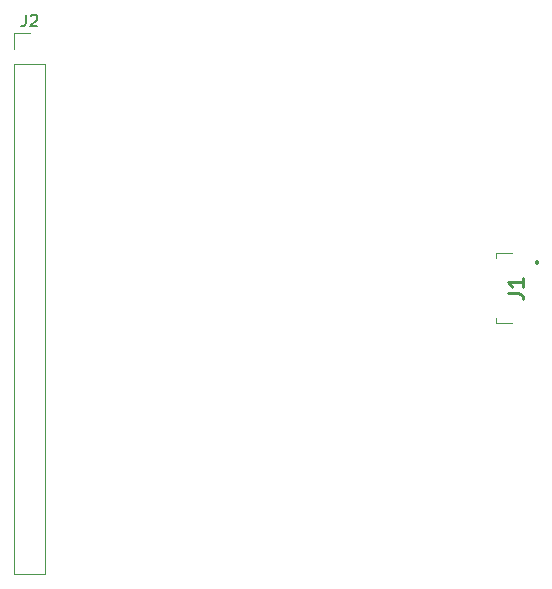
<source format=gto>
G04 #@! TF.GenerationSoftware,KiCad,Pcbnew,(5.1.8)-1*
G04 #@! TF.CreationDate,2021-03-29T09:45:07+03:00*
G04 #@! TF.ProjectId,adapter,61646170-7465-4722-9e6b-696361645f70,rev?*
G04 #@! TF.SameCoordinates,Original*
G04 #@! TF.FileFunction,Legend,Top*
G04 #@! TF.FilePolarity,Positive*
%FSLAX46Y46*%
G04 Gerber Fmt 4.6, Leading zero omitted, Abs format (unit mm)*
G04 Created by KiCad (PCBNEW (5.1.8)-1) date 2021-03-29 09:45:07*
%MOMM*%
%LPD*%
G01*
G04 APERTURE LIST*
%ADD10C,0.100000*%
%ADD11C,0.300000*%
%ADD12C,0.120000*%
%ADD13C,0.254000*%
%ADD14C,0.150000*%
G04 APERTURE END LIST*
D10*
X180997000Y-93686000D02*
X180997000Y-94186000D01*
X180997000Y-94186000D02*
X182372000Y-94186000D01*
X180997000Y-88686000D02*
X180997000Y-88186000D01*
X180997000Y-88186000D02*
X182372000Y-88186000D01*
D11*
X184472000Y-89086000D02*
X184472000Y-89086000D01*
X184472000Y-88986000D02*
X184472000Y-88986000D01*
X184472000Y-88986000D02*
G75*
G02*
X184472000Y-89086000I0J-50000D01*
G01*
X184472000Y-89086000D02*
G75*
G02*
X184472000Y-88986000I0J50000D01*
G01*
D12*
X140195001Y-69583001D02*
X141525001Y-69583001D01*
X140195001Y-70913001D02*
X140195001Y-69583001D01*
X140195001Y-72183001D02*
X142855001Y-72183001D01*
X142855001Y-72183001D02*
X142855001Y-115423001D01*
X140195001Y-72183001D02*
X140195001Y-115423001D01*
X140195001Y-115423001D02*
X142855001Y-115423001D01*
D13*
X181989523Y-91609333D02*
X182896666Y-91609333D01*
X183078095Y-91669809D01*
X183199047Y-91790761D01*
X183259523Y-91972190D01*
X183259523Y-92093142D01*
X183259523Y-90339333D02*
X183259523Y-91065047D01*
X183259523Y-90702190D02*
X181989523Y-90702190D01*
X182170952Y-90823142D01*
X182291904Y-90944095D01*
X182352380Y-91065047D01*
D14*
X141191667Y-68035381D02*
X141191667Y-68749667D01*
X141144048Y-68892524D01*
X141048810Y-68987762D01*
X140905953Y-69035381D01*
X140810715Y-69035381D01*
X141620239Y-68130620D02*
X141667858Y-68083001D01*
X141763096Y-68035381D01*
X142001191Y-68035381D01*
X142096429Y-68083001D01*
X142144048Y-68130620D01*
X142191667Y-68225858D01*
X142191667Y-68321096D01*
X142144048Y-68463953D01*
X141572620Y-69035381D01*
X142191667Y-69035381D01*
M02*

</source>
